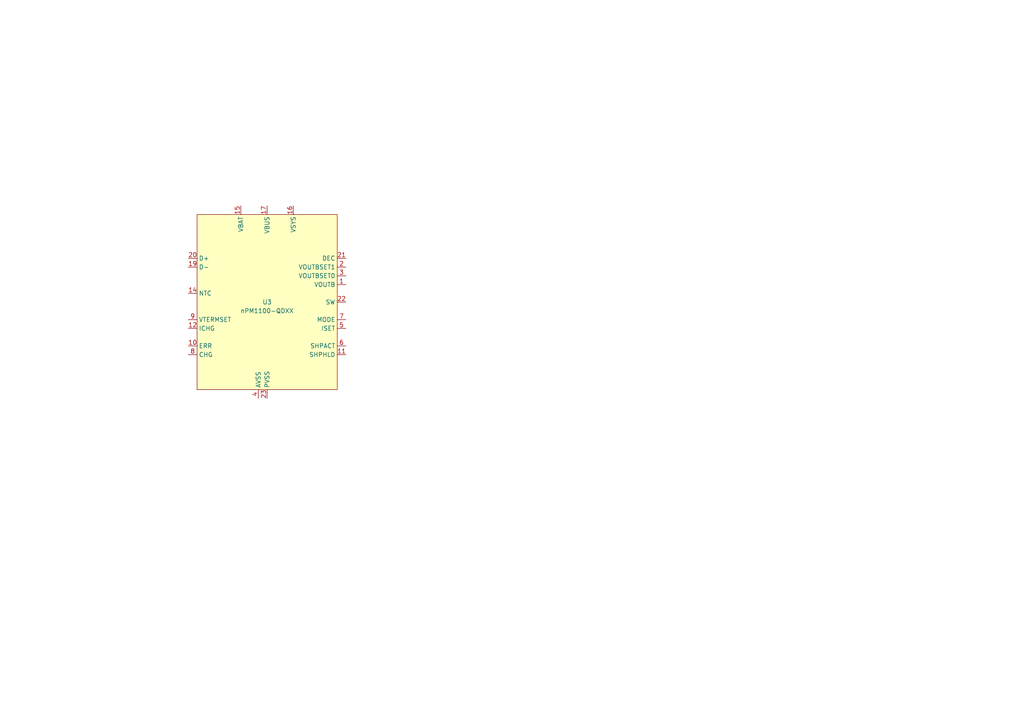
<source format=kicad_sch>
(kicad_sch (version 20231120) (generator "eeschema") (generator_version "8.0")
  (paper "A4")
  (lib_symbols
    (symbol "PCM_nordic-lib-kicad-npm:nPM1100-QDXX"
      (property "Reference" "U" (at 0 0 0))
      (property "Value" "nPM1100-QDXX" (at 0 -2.54 0))
      (symbol "nPM1100-QDXX_0_0"
        (pin power_out line (at 22.86 5.08 180) (length 2.54) (name "VOUTB") (number "1"))
        (pin passive line (at -22.86 -12.7 0) (length 2.54) (name "ERR") (number "10"))
        (pin passive line (at 22.86 -15.24 180) (length 2.54) (name "SHPHLD") (number "11"))
        (pin passive line (at -22.86 -7.62 0) (length 2.54) (name "ICHG") (number "12"))
        (pin passive line (at -22.86 2.54 0) (length 2.54) (name "NTC") (number "14"))
        (pin power_in line (at -7.62 27.94 270) (length 2.54) (name "VBAT") (number "15"))
        (pin power_out line (at 7.62 27.94 270) (length 2.54) (name "VSYS") (number "16"))
        (pin power_in line (at 0 27.94 270) (length 2.54) (name "VBUS") (number "17"))
        (pin bidirectional line (at -22.86 10.16 0) (length 2.54) (name "D-") (number "19"))
        (pin passive line (at 22.86 10.16 180) (length 2.54) (name "VOUTBSET1") (number "2"))
        (pin bidirectional line (at -22.86 12.7 0) (length 2.54) (name "D+") (number "20"))
        (pin passive line (at 22.86 12.7 180) (length 2.54) (name "DEC") (number "21"))
        (pin passive line (at 22.86 0 180) (length 2.54) (name "SW") (number "22"))
        (pin power_in line (at 0 -27.94 90) (length 2.54) (name "PVSS") (number "23"))
        (pin passive line (at 22.86 -7.62 180) (length 2.54) (name "ISET") (number "5"))
        (pin passive line (at 22.86 -12.7 180) (length 2.54) (name "SHPACT") (number "6"))
        (pin passive line (at 22.86 -5.08 180) (length 2.54) (name "MODE") (number "7"))
        (pin passive line (at -22.86 -15.24 0) (length 2.54) (name "CHG") (number "8"))
        (pin passive line (at -22.86 -5.08 0) (length 2.54) (name "VTERMSET") (number "9"))
      )
      (symbol "nPM1100-QDXX_1_0"
        (pin no_connect line (at 10.16 -25.4 90) (length 2.54) hide (name "NC") (number "13"))
        (pin no_connect line (at 12.7 -25.4 90) (length 2.54) hide (name "NC") (number "18"))
        (pin no_connect line (at 7.62 -25.4 90) (length 2.54) hide (name "NC") (number "24"))
        (pin passive line (at -2.54 -27.94 90) (length 2.54) hide (name "AVSS") (number "25"))
        (pin passive line (at 22.86 7.62 180) (length 2.54) (name "VOUTBSET0") (number "3"))
        (pin power_in line (at -2.54 -27.94 90) (length 2.54) (name "AVSS") (number "4"))
      )
      (symbol "nPM1100-QDXX_1_1"
        (rectangle (start -20.32 25.4) (end 20.32 -25.4) (fill (type background)))
      )
    )
  )
  (symbol (lib_id "PCM_nordic-lib-kicad-npm:nPM1100-QDXX") (at 77.47 87.63 0) (unit 1)
    (property "Reference" "U3" (at 77.47 87.63 0))
    (property "Value" "nPM1100-QDXX" (at 77.47 90.17 0))
    (property "Footprint" "Package_DFN_QFN:QFN-24-1EP_4x4mm_P0.5mm_EP2.6x2.6mm_ThermalVias" (effects (hide yes)))
    (property "Datasheet" "https://docs.nordicsemi.com/bundle/ps_npm1100" (effects (hide yes)))
    (property "Description" "PMIC and Battery Charger, QFN-24" (effects (hide yes)))
    (instances (project "" (path "" (reference "U3") (unit 1)) (path "" (reference "U4") (unit 1))))
  )
)
</source>
